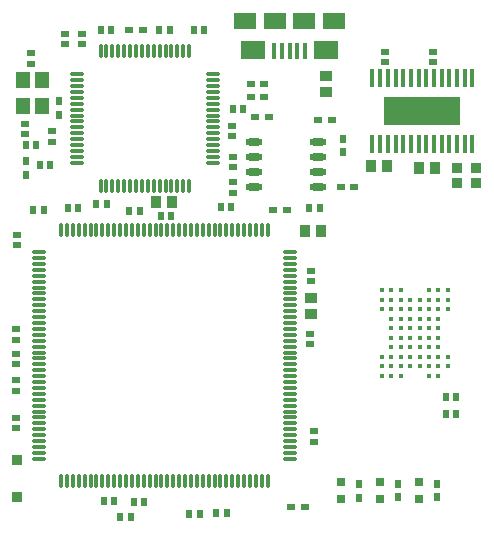
<source format=gtp>
%FSLAX25Y25*%
%MOIN*%
G70*
G01*
G75*
%ADD10R,0.02362X0.02520*%
%ADD11R,0.02362X0.02953*%
%ADD12R,0.02953X0.02362*%
%ADD13R,0.03150X0.03150*%
%ADD14R,0.02520X0.02362*%
%ADD15O,0.01181X0.04724*%
%ADD16O,0.04724X0.01181*%
%ADD17R,0.03937X0.03543*%
%ADD18R,0.03543X0.03937*%
%ADD19R,0.07480X0.05709*%
%ADD20R,0.08268X0.06299*%
%ADD21R,0.01575X0.05315*%
%ADD22R,0.03740X0.03347*%
%ADD23O,0.05709X0.02362*%
%ADD24R,0.01181X0.06299*%
%ADD25R,0.25433X0.09449*%
%ADD26R,0.04528X0.05512*%
%ADD27C,0.01614*%
%ADD28R,0.03740X0.03543*%
%ADD29O,0.01378X0.05315*%
%ADD30O,0.05315X0.01378*%
D10*
X281732Y233500D02*
D03*
X278268D02*
D03*
X242268Y352500D02*
D03*
X245732D02*
D03*
X385732Y268500D02*
D03*
X382268D02*
D03*
X382268Y263000D02*
D03*
X385732D02*
D03*
X270732Y391000D02*
D03*
X267268D02*
D03*
X265768Y333000D02*
D03*
X269232D02*
D03*
X314732Y364500D02*
D03*
X311268D02*
D03*
X286768Y391000D02*
D03*
X290232D02*
D03*
X298268D02*
D03*
X301732D02*
D03*
X336768Y331500D02*
D03*
X340232D02*
D03*
X296768Y229500D02*
D03*
X300232D02*
D03*
X305768Y230000D02*
D03*
X309232D02*
D03*
X268268Y234000D02*
D03*
X271732D02*
D03*
X277232Y228500D02*
D03*
X273768D02*
D03*
X307268Y332000D02*
D03*
X310732D02*
D03*
X247000Y346000D02*
D03*
X250465D02*
D03*
X248232Y331000D02*
D03*
X244768D02*
D03*
X259732Y331500D02*
D03*
X256268D02*
D03*
X280232Y330500D02*
D03*
X276768D02*
D03*
X290732Y329000D02*
D03*
X287268D02*
D03*
D11*
X366500Y235236D02*
D03*
Y239764D02*
D03*
X379500Y235236D02*
D03*
Y239764D02*
D03*
X353500Y234972D02*
D03*
Y239500D02*
D03*
X242500Y342736D02*
D03*
Y347264D02*
D03*
X348000Y350236D02*
D03*
Y354764D02*
D03*
X253500Y362736D02*
D03*
Y367264D02*
D03*
D12*
X335264Y232000D02*
D03*
X330736D02*
D03*
X276736Y391000D02*
D03*
X281264D02*
D03*
X323264Y362000D02*
D03*
X318736D02*
D03*
X344264Y361000D02*
D03*
X339736D02*
D03*
X347236Y338500D02*
D03*
X351764D02*
D03*
X324736Y331000D02*
D03*
X329264D02*
D03*
X317236Y368500D02*
D03*
X321764D02*
D03*
X317236Y373000D02*
D03*
X321764D02*
D03*
D13*
X360500Y240453D02*
D03*
Y234547D02*
D03*
X347500Y240453D02*
D03*
Y234547D02*
D03*
X373500Y240453D02*
D03*
Y234547D02*
D03*
D14*
X255500Y389732D02*
D03*
Y386268D02*
D03*
X261000Y389732D02*
D03*
Y386268D02*
D03*
X311500Y345268D02*
D03*
Y348732D02*
D03*
X378000Y383732D02*
D03*
Y380268D02*
D03*
X362000Y383732D02*
D03*
Y380268D02*
D03*
X251000Y353768D02*
D03*
Y357232D02*
D03*
X311000Y359000D02*
D03*
Y355535D02*
D03*
X311500Y336768D02*
D03*
Y340232D02*
D03*
X244000Y383232D02*
D03*
Y379768D02*
D03*
X242000Y356268D02*
D03*
Y359732D02*
D03*
X338500Y257232D02*
D03*
Y253768D02*
D03*
X239000Y261732D02*
D03*
Y258268D02*
D03*
X337500Y307268D02*
D03*
Y310732D02*
D03*
X337000Y289732D02*
D03*
Y286268D02*
D03*
X239500Y322732D02*
D03*
Y319268D02*
D03*
X239000Y287768D02*
D03*
Y291232D02*
D03*
Y283000D02*
D03*
Y279535D02*
D03*
Y274232D02*
D03*
Y270768D02*
D03*
D15*
X267236Y384138D02*
D03*
X269205D02*
D03*
X271173D02*
D03*
X273142D02*
D03*
X275110D02*
D03*
X277079D02*
D03*
X279047D02*
D03*
X281016D02*
D03*
X282984D02*
D03*
X284953D02*
D03*
X286921D02*
D03*
X288890D02*
D03*
X290858D02*
D03*
X292827D02*
D03*
X294795D02*
D03*
X296764D02*
D03*
Y338862D02*
D03*
X294795D02*
D03*
X292827D02*
D03*
X290858D02*
D03*
X288890D02*
D03*
X286921D02*
D03*
X284953D02*
D03*
X282984D02*
D03*
X281016D02*
D03*
X279047D02*
D03*
X277079D02*
D03*
X275110D02*
D03*
X273142D02*
D03*
X271173D02*
D03*
X269205D02*
D03*
X267236D02*
D03*
D16*
X304638Y376264D02*
D03*
Y374295D02*
D03*
Y372327D02*
D03*
Y370358D02*
D03*
Y368390D02*
D03*
Y366421D02*
D03*
Y364453D02*
D03*
Y362484D02*
D03*
Y360516D02*
D03*
Y358547D02*
D03*
Y356579D02*
D03*
Y354610D02*
D03*
Y352642D02*
D03*
Y350673D02*
D03*
Y348705D02*
D03*
Y346736D02*
D03*
X259362D02*
D03*
Y348705D02*
D03*
Y350673D02*
D03*
Y352642D02*
D03*
Y354610D02*
D03*
Y356579D02*
D03*
Y358547D02*
D03*
Y360516D02*
D03*
Y366421D02*
D03*
Y368390D02*
D03*
Y370358D02*
D03*
Y372327D02*
D03*
Y374295D02*
D03*
Y376264D02*
D03*
Y364453D02*
D03*
Y362484D02*
D03*
D17*
X342500Y370342D02*
D03*
Y375658D02*
D03*
X337500Y296342D02*
D03*
Y301658D02*
D03*
D18*
X373342Y345000D02*
D03*
X378658D02*
D03*
X357343Y345500D02*
D03*
X362657D02*
D03*
X340657Y324000D02*
D03*
X335343D02*
D03*
X285842Y333500D02*
D03*
X291158D02*
D03*
D19*
X315461Y394000D02*
D03*
X325500D02*
D03*
X334949D02*
D03*
X344988D02*
D03*
D20*
X318020Y384453D02*
D03*
X342429D02*
D03*
D21*
X330224Y383961D02*
D03*
X325106D02*
D03*
X335343D02*
D03*
X332784D02*
D03*
X327665D02*
D03*
D22*
X386000Y339941D02*
D03*
Y345059D02*
D03*
X392500Y339941D02*
D03*
Y345059D02*
D03*
D23*
X318272Y353500D02*
D03*
Y348500D02*
D03*
Y343500D02*
D03*
Y338500D02*
D03*
X339728Y353500D02*
D03*
Y348500D02*
D03*
Y343500D02*
D03*
Y338500D02*
D03*
D24*
X357866Y375024D02*
D03*
X360425D02*
D03*
X362984D02*
D03*
X365543D02*
D03*
X368102D02*
D03*
X370661D02*
D03*
X373220D02*
D03*
X375780D02*
D03*
X378339D02*
D03*
X380898D02*
D03*
X383457D02*
D03*
X386016D02*
D03*
X388575D02*
D03*
X391134D02*
D03*
Y352976D02*
D03*
X388575D02*
D03*
X386016D02*
D03*
X383457D02*
D03*
X380898D02*
D03*
X378339D02*
D03*
X375780D02*
D03*
X373220D02*
D03*
X370661D02*
D03*
X368102D02*
D03*
X365543D02*
D03*
X362984D02*
D03*
X360425D02*
D03*
X357866D02*
D03*
D25*
X374500Y364000D02*
D03*
D26*
X241350Y374331D02*
D03*
X247650D02*
D03*
X241350Y365669D02*
D03*
X247650D02*
D03*
D27*
X360976Y304173D02*
D03*
Y301024D02*
D03*
Y297874D02*
D03*
Y282126D02*
D03*
Y278976D02*
D03*
Y275827D02*
D03*
X364126Y304173D02*
D03*
Y301024D02*
D03*
Y297874D02*
D03*
Y294724D02*
D03*
Y291575D02*
D03*
Y288425D02*
D03*
Y285276D02*
D03*
Y282126D02*
D03*
Y278976D02*
D03*
Y275827D02*
D03*
X367276Y304173D02*
D03*
Y301024D02*
D03*
Y297874D02*
D03*
Y294724D02*
D03*
Y291575D02*
D03*
Y288425D02*
D03*
Y285276D02*
D03*
Y282126D02*
D03*
Y278976D02*
D03*
Y275827D02*
D03*
X370425Y301024D02*
D03*
Y297874D02*
D03*
Y294724D02*
D03*
Y291575D02*
D03*
Y288425D02*
D03*
Y285276D02*
D03*
Y282126D02*
D03*
Y278976D02*
D03*
X373575Y301024D02*
D03*
Y297874D02*
D03*
Y294724D02*
D03*
Y291575D02*
D03*
Y288425D02*
D03*
Y285276D02*
D03*
Y282126D02*
D03*
Y278976D02*
D03*
X376724Y304173D02*
D03*
Y301024D02*
D03*
Y297874D02*
D03*
Y294724D02*
D03*
Y291575D02*
D03*
Y288425D02*
D03*
Y285276D02*
D03*
Y282126D02*
D03*
Y278976D02*
D03*
Y275827D02*
D03*
X379874Y304173D02*
D03*
Y301024D02*
D03*
Y297874D02*
D03*
Y294724D02*
D03*
Y291575D02*
D03*
Y288425D02*
D03*
Y285276D02*
D03*
Y282126D02*
D03*
Y278976D02*
D03*
Y275827D02*
D03*
X383024Y304173D02*
D03*
Y301024D02*
D03*
Y297874D02*
D03*
Y282126D02*
D03*
Y278976D02*
D03*
D28*
X239500Y247701D02*
D03*
Y235299D02*
D03*
D29*
X322949Y240689D02*
D03*
X320980D02*
D03*
X319012D02*
D03*
X317043D02*
D03*
X315075D02*
D03*
X313106D02*
D03*
X311138D02*
D03*
X309169D02*
D03*
X307201D02*
D03*
X305232D02*
D03*
X303264D02*
D03*
X301295D02*
D03*
X299327D02*
D03*
X297358D02*
D03*
X295390D02*
D03*
X293421D02*
D03*
X291453D02*
D03*
X289484D02*
D03*
X287516D02*
D03*
X285547D02*
D03*
X283579D02*
D03*
X281610D02*
D03*
X279642D02*
D03*
X277673D02*
D03*
X275705D02*
D03*
X273736D02*
D03*
X271768D02*
D03*
X269799D02*
D03*
X267831D02*
D03*
X265862D02*
D03*
X263894D02*
D03*
X261925D02*
D03*
X259957D02*
D03*
X257988D02*
D03*
X256020D02*
D03*
X254051D02*
D03*
Y324311D02*
D03*
X256020D02*
D03*
X257988D02*
D03*
X259957D02*
D03*
X261925D02*
D03*
X263894D02*
D03*
X265862D02*
D03*
X267831D02*
D03*
X269799D02*
D03*
X271768D02*
D03*
X273736D02*
D03*
X275705D02*
D03*
X277673D02*
D03*
X279642D02*
D03*
X281610D02*
D03*
X283579D02*
D03*
X285547D02*
D03*
X287516D02*
D03*
X289484D02*
D03*
X291453D02*
D03*
X293421D02*
D03*
X295390D02*
D03*
X297358D02*
D03*
X299327D02*
D03*
X301295D02*
D03*
X303264D02*
D03*
X305232D02*
D03*
X307201D02*
D03*
X309169D02*
D03*
X311138D02*
D03*
X313106D02*
D03*
X315075D02*
D03*
X317043D02*
D03*
X319012D02*
D03*
X320980D02*
D03*
X322949D02*
D03*
D30*
X246689Y248051D02*
D03*
Y250020D02*
D03*
Y251988D02*
D03*
Y253957D02*
D03*
Y255925D02*
D03*
Y257894D02*
D03*
Y259862D02*
D03*
Y261831D02*
D03*
Y263799D02*
D03*
Y265768D02*
D03*
Y267736D02*
D03*
Y269705D02*
D03*
Y271673D02*
D03*
Y273642D02*
D03*
Y275610D02*
D03*
Y277579D02*
D03*
Y279547D02*
D03*
Y281516D02*
D03*
Y283484D02*
D03*
Y285453D02*
D03*
Y287421D02*
D03*
Y289390D02*
D03*
Y291358D02*
D03*
Y293327D02*
D03*
Y295295D02*
D03*
Y297264D02*
D03*
Y299232D02*
D03*
Y301201D02*
D03*
Y303169D02*
D03*
Y305138D02*
D03*
Y307106D02*
D03*
Y309075D02*
D03*
Y311043D02*
D03*
Y313012D02*
D03*
Y314980D02*
D03*
Y316949D02*
D03*
X330311D02*
D03*
Y314980D02*
D03*
Y313012D02*
D03*
Y311043D02*
D03*
Y309075D02*
D03*
Y307106D02*
D03*
Y305138D02*
D03*
Y303169D02*
D03*
Y301201D02*
D03*
Y299232D02*
D03*
Y297264D02*
D03*
Y295295D02*
D03*
Y293327D02*
D03*
Y291358D02*
D03*
Y289390D02*
D03*
Y287421D02*
D03*
Y285453D02*
D03*
Y283484D02*
D03*
Y281516D02*
D03*
Y279547D02*
D03*
Y277579D02*
D03*
Y275610D02*
D03*
Y273642D02*
D03*
Y271673D02*
D03*
Y269705D02*
D03*
Y267736D02*
D03*
Y265768D02*
D03*
Y263799D02*
D03*
Y261831D02*
D03*
Y259862D02*
D03*
Y257894D02*
D03*
Y255925D02*
D03*
Y253957D02*
D03*
Y251988D02*
D03*
Y250020D02*
D03*
Y248051D02*
D03*
M02*

</source>
